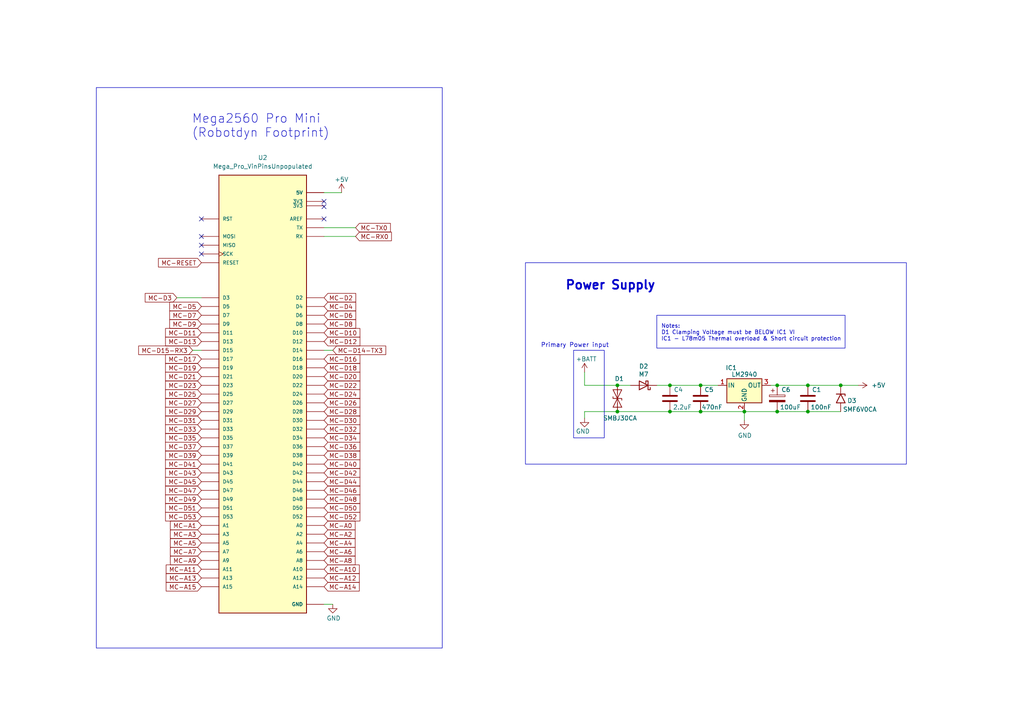
<source format=kicad_sch>
(kicad_sch (version 20231120) (generator "eeschema") (generator_version "8.0")
  (paper "A4")
  (title_block (title "Spark Gap x4") (date "2024-07-16") (rev "A") (company "OpenLogicEFI") (comment 1 "openlogicefi.com"))
  (lib_symbols
    (symbol "Detonation:MEGA_PRO_EMBED_CH340G_/_ATMEGA2560" (pin_numbers hide) (pin_names (offset 1.016))
      (property "Reference" "U4" (at 0 68.58 0))
      (property "Value" "MEGA_PRO_EMBED_CH340G_{slash}_ATMEGA2560" (at 0 66.04 0))
      (symbol "MEGA_PRO_EMBED_CH340G_/_ATMEGA2560_0_0"
        (rectangle (start -12.7 -63.5) (end 12.7 63.5) (stroke (width 0.254)) (fill (type background)))
        (pin power_in line (at 17.78 54.61 180) (length 5.08) (name "3V3") (number "3V3_1"))
        (pin power_in line (at 17.78 55.88 180) (length 5.08) (name "3V3") (number "3V3_2"))
        (pin power_in line (at 17.78 58.42 180) (length 5.08) (name "5V") (number "5V_1"))
        (pin power_in line (at 17.78 58.42 180) (length 5.08) (name "5V") (number "5V_2"))
        (pin power_in line (at 17.78 58.42 180) (length 5.08) (name "5V") (number "5V_3"))
        (pin bidirectional line (at 17.78 -38.1 180) (length 5.08) (name "A0") (number "A0"))
        (pin bidirectional line (at -17.78 -38.1 0) (length 5.08) (name "A1") (number "A1"))
        (pin bidirectional line (at 17.78 -50.8 180) (length 5.08) (name "A10") (number "A10"))
        (pin bidirectional line (at -17.78 -50.8 0) (length 5.08) (name "A11") (number "A11"))
        (pin bidirectional line (at 17.78 -53.34 180) (length 5.08) (name "A12") (number "A12"))
        (pin bidirectional line (at -17.78 -53.34 0) (length 5.08) (name "A13") (number "A13"))
        (pin bidirectional line (at 17.78 -55.88 180) (length 5.08) (name "A14") (number "A14"))
        (pin bidirectional line (at -17.78 -55.88 0) (length 5.08) (name "A15") (number "A15"))
        (pin bidirectional line (at 17.78 -40.64 180) (length 5.08) (name "A2") (number "A2"))
        (pin bidirectional line (at -17.78 -40.64 0) (length 5.08) (name "A3") (number "A3"))
        (pin bidirectional line (at 17.78 -43.18 180) (length 5.08) (name "A4") (number "A4"))
        (pin bidirectional line (at -17.78 -43.18 0) (length 5.08) (name "A5") (number "A5"))
        (pin bidirectional line (at 17.78 -45.72 180) (length 5.08) (name "A6") (number "A6"))
        (pin bidirectional line (at -17.78 -45.72 0) (length 5.08) (name "A7") (number "A7"))
        (pin bidirectional line (at 17.78 -48.26 180) (length 5.08) (name "A8") (number "A8"))
        (pin bidirectional line (at -17.78 -48.26 0) (length 5.08) (name "A9") (number "A9"))
        (pin bidirectional line (at 17.78 50.8 180) (length 5.08) (name "AREF") (number "AREF"))
        (pin bidirectional line (at 17.78 17.78 180) (length 5.08) (name "D10") (number "D10"))
        (pin bidirectional line (at -17.78 17.78 0) (length 5.08) (name "D11") (number "D11"))
        (pin bidirectional line (at 17.78 15.24 180) (length 5.08) (name "D12") (number "D12"))
        (pin bidirectional line (at -17.78 15.24 0) (length 5.08) (name "D13") (number "D13"))
        (pin bidirectional line (at 17.78 12.7 180) (length 5.08) (name "D14") (number "D14"))
        (pin bidirectional line (at -17.78 12.7 0) (length 5.08) (name "D15") (number "D15"))
        (pin bidirectional line (at 17.78 10.16 180) (length 5.08) (name "D16") (number "D16"))
        (pin bidirectional line (at -17.78 10.16 0) (length 5.08) (name "D17") (number "D17"))
        (pin bidirectional line (at 17.78 7.62 180) (length 5.08) (name "D18") (number "D18"))
        (pin bidirectional line (at -17.78 7.62 0) (length 5.08) (name "D19") (number "D19"))
        (pin bidirectional line (at 17.78 27.94 180) (length 5.08) (name "D2") (number "D2"))
        (pin bidirectional line (at 17.78 5.08 180) (length 5.08) (name "D20") (number "D20"))
        (pin bidirectional line (at -17.78 5.08 0) (length 5.08) (name "D21") (number "D21"))
        (pin bidirectional line (at 17.78 2.54 180) (length 5.08) (name "D22") (number "D22"))
        (pin bidirectional line (at -17.78 2.54 0) (length 5.08) (name "D23") (number "D23"))
        (pin bidirectional line (at 17.78 0 180) (length 5.08) (name "D24") (number "D24"))
        (pin bidirectional line (at -17.78 0 0) (length 5.08) (name "D25") (number "D25"))
        (pin bidirectional line (at 17.78 -2.54 180) (length 5.08) (name "D26") (number "D26"))
        (pin bidirectional line (at -17.78 -2.54 0) (length 5.08) (name "D27") (number "D27"))
        (pin bidirectional line (at 17.78 -5.08 180) (length 5.08) (name "D28") (number "D28"))
        (pin bidirectional line (at -17.78 -5.08 0) (length 5.08) (name "D29") (number "D29"))
        (pin bidirectional line (at -17.78 27.94 0) (length 5.08) (name "D3") (number "D3"))
        (pin bidirectional line (at 17.78 -7.62 180) (length 5.08) (name "D30") (number "D30"))
        (pin bidirectional line (at -17.78 -7.62 0) (length 5.08) (name "D31") (number "D31"))
        (pin bidirectional line (at 17.78 -10.16 180) (length 5.08) (name "D32") (number "D32"))
        (pin bidirectional line (at -17.78 -10.16 0) (length 5.08) (name "D33") (number "D33"))
        (pin bidirectional line (at 17.78 -12.7 180) (length 5.08) (name "D34") (number "D34"))
        (pin bidirectional line (at -17.78 -12.7 0) (length 5.08) (name "D35") (number "D35"))
        (pin bidirectional line (at 17.78 -15.24 180) (length 5.08) (name "D36") (number "D36"))
        (pin bidirectional line (at -17.78 -15.24 0) (length 5.08) (name "D37") (number "D37"))
        (pin bidirectional line (at 17.78 -17.78 180) (length 5.08) (name "D38") (number "D38"))
        (pin bidirectional line (at -17.78 -17.78 0) (length 5.08) (name "D39") (number "D39"))
        (pin bidirectional line (at 17.78 25.4 180) (length 5.08) (name "D4") (number "D4"))
        (pin bidirectional line (at 17.78 -20.32 180) (length 5.08) (name "D40") (number "D40"))
        (pin bidirectional line (at -17.78 -20.32 0) (length 5.08) (name "D41") (number "D41"))
        (pin bidirectional line (at 17.78 -22.86 180) (length 5.08) (name "D42") (number "D42"))
        (pin bidirectional line (at -17.78 -22.86 0) (length 5.08) (name "D43") (number "D43"))
        (pin bidirectional line (at 17.78 -25.4 180) (length 5.08) (name "D44") (number "D44"))
        (pin bidirectional line (at -17.78 -25.4 0) (length 5.08) (name "D45") (number "D45"))
        (pin bidirectional line (at 17.78 -27.94 180) (length 5.08) (name "D46") (number "D46"))
        (pin bidirectional line (at -17.78 -27.94 0) (length 5.08) (name "D47") (number "D47"))
        (pin bidirectional line (at 17.78 -30.48 180) (length 5.08) (name "D48") (number "D48"))
        (pin bidirectional line (at -17.78 -30.48 0) (length 5.08) (name "D49") (number "D49"))
        (pin bidirectional line (at -17.78 25.4 0) (length 5.08) (name "D5") (number "D5"))
        (pin bidirectional line (at 17.78 -33.02 180) (length 5.08) (name "D50") (number "D50"))
        (pin bidirectional line (at -17.78 -33.02 0) (length 5.08) (name "D51") (number "D51"))
        (pin bidirectional line (at 17.78 -35.56 180) (length 5.08) (name "D52") (number "D52"))
        (pin bidirectional line (at -17.78 -35.56 0) (length 5.08) (name "D53") (number "D53"))
        (pin bidirectional line (at 17.78 22.86 180) (length 5.08) (name "D6") (number "D6"))
        (pin bidirectional line (at -17.78 22.86 0) (length 5.08) (name "D7") (number "D7"))
        (pin bidirectional line (at 17.78 20.32 180) (length 5.08) (name "D8") (number "D8"))
        (pin bidirectional line (at -17.78 20.32 0) (length 5.08) (name "D9") (number "D9"))
        (pin power_in line (at 17.78 -60.96 180) (length 5.08) (name "GND") (number "GND_1"))
        (pin power_in line (at 17.78 -60.96 180) (length 5.08) (name "GND") (number "GND_2"))
        (pin power_in line (at 17.78 -60.96 180) (length 5.08) (name "GND") (number "GND_3"))
        (pin bidirectional line (at -17.78 43.18 0) (length 5.08) (name "MISO") (number "MISO"))
        (pin bidirectional line (at -17.78 45.72 0) (length 5.08) (name "MOSI") (number "MOSI"))
        (pin input line (at -17.78 38.1 0) (length 5.08) (name "RESET") (number "RESET"))
        (pin input line (at -17.78 50.8 0) (length 5.08) (name "RST") (number "RST"))
        (pin input line (at 17.78 45.72 180) (length 5.08) (name "RX") (number "RX"))
        (pin bidirectional clock (at -17.78 40.64 0) (length 5.08) (name "SCK") (number "SCK"))
        (pin output line (at 17.78 48.26 180) (length 5.08) (name "TX") (number "TX"))
      )
    )
    (symbol "Device:C" (pin_numbers hide) (pin_names (offset 0.254))
      (property "Reference" "C" (at 0.635 2.54 0))
      (property "Value" "C" (at 0.635 -2.54 0))
      (symbol "C_0_1"
        (polyline (pts (xy -2.032 -0.762) (xy 2.032 -0.762)) (stroke (width 0.508)))
        (polyline (pts (xy -2.032 0.762) (xy 2.032 0.762)) (stroke (width 0.508)))
      )
      (symbol "C_1_1"
        (pin passive line (at 0 3.81 270) (length 2.794) (name "~") (number "1"))
        (pin passive line (at 0 -3.81 90) (length 2.794) (name "~") (number "2"))
      )
    )
    (symbol "Device:C_Polarized" (pin_numbers hide) (pin_names (offset 0.254))
      (property "Reference" "C" (at 0.635 2.54 0))
      (property "Value" "C_Polarized" (at 0.635 -2.54 0))
      (symbol "C_Polarized_0_1"
        (rectangle (start -2.286 0.508) (end 2.286 1.016))
        (polyline (pts (xy -1.778 2.286) (xy -0.762 2.286)))
        (polyline (pts (xy -1.27 2.794) (xy -1.27 1.778)))
        (rectangle (start 2.286 -0.508) (end -2.286 -1.016) (fill (type outline)))
      )
      (symbol "C_Polarized_1_1"
        (pin passive line (at 0 3.81 270) (length 2.794) (name "~") (number "1"))
        (pin passive line (at 0 -3.81 90) (length 2.794) (name "~") (number "2"))
      )
    )
    (symbol "Device:D_Schottky" (pin_numbers hide) (pin_names (offset 1.016) hide)
      (property "Reference" "D" (at 0 2.54 0))
      (property "Value" "D_Schottky" (at 0 -2.54 0))
      (symbol "D_Schottky_0_1"
        (polyline (pts (xy 1.27 0) (xy -1.27 0)))
        (polyline (pts (xy 1.27 1.27) (xy 1.27 -1.27) (xy -1.27 0) (xy 1.27 1.27)) (stroke (width 0.254)))
        (polyline (pts (xy -1.905 0.635) (xy -1.905 1.27) (xy -1.27 1.27) (xy -1.27 -1.27) (xy -0.635 -1.27) (xy -0.635 -0.635)) (stroke (width 0.254)))
      )
      (symbol "D_Schottky_1_1"
        (pin passive line (at -3.81 0 0) (length 2.54) (name "K") (number "1"))
        (pin passive line (at 3.81 0 180) (length 2.54) (name "A") (number "2"))
      )
    )
    (symbol "Diode:SMAJ33CA" (pin_numbers hide) (pin_names (offset 1.016) hide)
      (property "Reference" "D" (at 0 2.54 0))
      (property "Value" "SMAJ33CA" (at 0 -2.54 0))
      (symbol "SMAJ33CA_0_1"
        (polyline (pts (xy 1.27 0) (xy -1.27 0)))
        (polyline (pts (xy -2.54 -1.27) (xy 0 0) (xy -2.54 1.27) (xy -2.54 -1.27)) (stroke (width 0.2032)))
        (polyline (pts (xy 0.508 1.27) (xy 0 1.27) (xy 0 -1.27) (xy -0.508 -1.27)) (stroke (width 0.2032)))
        (polyline (pts (xy 2.54 1.27) (xy 2.54 -1.27) (xy 0 0) (xy 2.54 1.27)) (stroke (width 0.2032)))
      )
      (symbol "SMAJ33CA_1_1"
        (pin passive line (at -3.81 0 0) (length 2.54) (name "A1") (number "1"))
        (pin passive line (at 3.81 0 180) (length 2.54) (name "A2") (number "2"))
      )
    )
    (symbol "Diode:SMF6V0A" (pin_numbers hide) (pin_names (offset 1.016) hide)
      (property "Reference" "D" (at 0 2.54 0))
      (property "Value" "SMF6V0A" (at 0 -2.54 0))
      (symbol "SMF6V0A_0_1"
        (polyline (pts (xy -0.762 1.27) (xy -1.27 1.27) (xy -1.27 -1.27)) (stroke (width 0.254)))
        (polyline (pts (xy 1.27 1.27) (xy 1.27 -1.27) (xy -1.27 0) (xy 1.27 1.27)) (stroke (width 0.254)))
      )
      (symbol "SMF6V0A_1_1"
        (pin passive line (at -3.81 0 0) (length 2.54) (name "A1") (number "1"))
        (pin passive line (at 3.81 0 180) (length 2.54) (name "A2") (number "2"))
      )
    )
    (symbol "Regulator_Linear:L7805" (pin_names (offset 0.254))
      (property "Reference" "U" (at -3.81 3.175 0))
      (property "Value" "L7805" (at 0 3.175 0))
      (symbol "L7805_0_1"
        (rectangle (start -5.08 1.905) (end 5.08 -5.08) (stroke (width 0.254)) (fill (type background)))
      )
      (symbol "L7805_1_1"
        (pin power_in line (at -7.62 0 0) (length 2.54) (name "IN") (number "1"))
        (pin power_in line (at 0 -7.62 90) (length 2.54) (name "GND") (number "2"))
        (pin power_out line (at 7.62 0 180) (length 2.54) (name "OUT") (number "3"))
      )
    )
    (symbol "power:+5V" (power) (pin_names (offset 0))
      (property "Value" "+5V" (at 0 3.556 0))
      (symbol "+5V_0_1"
        (polyline (pts (xy -0.762 1.27) (xy 0 2.54)))
        (polyline (pts (xy 0 0) (xy 0 2.54)))
        (polyline (pts (xy 0 2.54) (xy 0.762 1.27)))
      )
      (symbol "+5V_1_1"
        (pin power_in line (at 0 0 90) (length 0) hide (name "+5V") (number "1"))
      )
    )
    (symbol "power:+BATT" (power) (pin_names (offset 0))
      (property "Value" "+BATT" (at 0 3.556 0))
      (symbol "+BATT_0_1"
        (polyline (pts (xy -0.762 1.27) (xy 0 2.54)))
        (polyline (pts (xy 0 0) (xy 0 2.54)))
        (polyline (pts (xy 0 2.54) (xy 0.762 1.27)))
      )
      (symbol "+BATT_1_1"
        (pin power_in line (at 0 0 90) (length 0) hide (name "+BATT") (number "1"))
      )
    )
    (symbol "power:GND" (power) (pin_names (offset 0))
      (property "Value" "GND" (at 0 -3.81 0))
      (symbol "GND_0_1"
        (polyline (pts (xy 0 0) (xy 0 -1.27) (xy 1.27 -1.27) (xy 0 -2.54) (xy -1.27 -1.27) (xy 0 -1.27)))
      )
      (symbol "GND_1_1"
        (pin power_in line (at 0 0 270) (length 0) hide (name "GND") (number "1"))
      )
    )
  )
  (junction (at 194.31 119.38))
  (junction (at 179.07 111.76))
  (junction (at 225.425 119.38))
  (junction (at 203.2 111.76))
  (junction (at 203.2 119.38))
  (junction (at 179.07 119.38))
  (junction (at 194.31 111.76))
  (junction (at 215.9 119.38))
  (junction (at 234.315 119.38))
  (junction (at 234.315 111.76))
  (junction (at 243.84 111.76))
  (junction (at 225.425 111.76))
  (no_connect (at 58.42 63.5))
  (no_connect (at 93.98 58.42))
  (no_connect (at 93.98 63.5))
  (no_connect (at 58.42 73.66))
  (no_connect (at 58.42 68.58))
  (no_connect (at 93.98 59.944))
  (no_connect (at 58.42 71.12))
  (wire (pts (xy 234.315 111.76) (xy 243.84 111.76)))
  (wire (pts (xy 194.31 119.38) (xy 203.2 119.38)))
  (wire (pts (xy 96.52 175.26) (xy 93.98 175.26)))
  (wire (pts (xy 203.2 119.38) (xy 215.9 119.38)))
  (wire (pts (xy 96.52 101.6) (xy 93.98 101.6)))
  (wire (pts (xy 190.5 111.76) (xy 194.31 111.76)))
  (wire (pts (xy 179.07 119.38) (xy 194.31 119.38)))
  (wire (pts (xy 215.9 119.38) (xy 225.425 119.38)))
  (wire (pts (xy 169.545 119.38) (xy 179.07 119.38)))
  (wire (pts (xy 194.31 111.76) (xy 203.2 111.76)))
  (wire (pts (xy 225.425 111.76) (xy 234.315 111.76)))
  (wire (pts (xy 179.07 111.76) (xy 182.88 111.76)))
  (wire (pts (xy 93.98 55.88) (xy 99.06 55.88)))
  (wire (pts (xy 243.84 111.76) (xy 248.92 111.76)))
  (wire (pts (xy 93.98 66.04) (xy 103.124 66.04)))
  (wire (pts (xy 225.425 119.38) (xy 234.315 119.38)))
  (wire (pts (xy 169.545 119.38) (xy 169.545 121.285)))
  (wire (pts (xy 169.545 107.95) (xy 169.545 111.76)))
  (wire (pts (xy 169.545 111.76) (xy 179.07 111.76)))
  (wire (pts (xy 51.308 86.36) (xy 58.42 86.36)))
  (wire (pts (xy 203.2 111.76) (xy 208.28 111.76)))
  (wire (pts (xy 234.315 119.38) (xy 243.84 119.38)))
  (wire (pts (xy 55.88 101.6) (xy 58.42 101.6)))
  (wire (pts (xy 93.98 68.58) (xy 103.124 68.58)))
  (wire (pts (xy 223.52 111.76) (xy 225.425 111.76)))
  (wire (pts (xy 215.9 121.92) (xy 215.9 119.38)))
  (rectangle (start 166.37 101.6) (end 175.26 127))
  (rectangle (start 152.4 76.2) (end 262.89 134.62))
  (rectangle (start 190.5 91.44) (end 245.11 100.965))
  (rectangle (start 27.94 25.4) (end 128.27 187.96))
  (text "Primary Power input" (at 156.845 100.965 0) (effects (font (size 1.27 1.27)) (justify left bottom)))
  (text "Power Supply" (at 163.83 84.328 0) (effects (font (size 2.54 2.54) (thickness 0.508) (bold yes)) (justify left bottom)))
  (text "Notes:\nD1 Clamping Voltage must be BELOW IC1 VI\nIC1 - L78m05 Thermal overload & Short circuit protection\n" (at 191.77 99.06 0) (effects (font (size 1.143 1.143)) (justify left bottom)))
  (text "Mega2560 Pro Mini\n(Robotdyn Footprint)" (at 55.626 40.132 0) (effects (font (size 2.54 2.54)) (justify left bottom)))
  (global_label "MC-D5" (shape input) (at 58.42 88.9 180) (property "Intersheetrefs" "${INTERSHEET_REFS}" (effects (hide yes))))
  (global_label "MC-D4" (shape input) (at 93.98 88.9 0) (property "Intersheetrefs" "${INTERSHEET_REFS}" (effects (hide yes))))
  (global_label "MC-A10" (shape input) (at 93.98 165.1 0) (property "Intersheetrefs" "${INTERSHEET_REFS}" (effects (hide yes))))
  (global_label "MC-D40" (shape input) (at 93.98 134.62 0) (property "Intersheetrefs" "${INTERSHEET_REFS}" (effects (hide yes))))
  (global_label "MC-D9" (shape input) (at 58.42 93.98 180) (property "Intersheetrefs" "${INTERSHEET_REFS}" (effects (hide yes))))
  (global_label "MC-D12" (shape input) (at 93.98 99.06 0) (property "Intersheetrefs" "${INTERSHEET_REFS}" (effects (hide yes))))
  (global_label "MC-D30" (shape input) (at 93.98 121.92 0) (property "Intersheetrefs" "${INTERSHEET_REFS}" (effects (hide yes))))
  (global_label "MC-D28" (shape input) (at 93.98 119.38 0) (property "Intersheetrefs" "${INTERSHEET_REFS}" (effects (hide yes))))
  (global_label "MC-D25" (shape input) (at 58.42 114.3 180) (property "Intersheetrefs" "${INTERSHEET_REFS}" (effects (hide yes))))
  (global_label "MC-D53" (shape input) (at 58.42 149.86 180) (property "Intersheetrefs" "${INTERSHEET_REFS}" (effects (hide yes))))
  (global_label "MC-D38" (shape input) (at 93.98 132.08 0) (property "Intersheetrefs" "${INTERSHEET_REFS}" (effects (hide yes))))
  (global_label "MC-D26" (shape input) (at 93.98 116.84 0) (property "Intersheetrefs" "${INTERSHEET_REFS}" (effects (hide yes))))
  (global_label "MC-A0" (shape input) (at 93.98 152.4 0) (property "Intersheetrefs" "${INTERSHEET_REFS}" (effects (hide yes))))
  (global_label "MC-D2" (shape input) (at 93.98 86.36 0) (property "Intersheetrefs" "${INTERSHEET_REFS}" (effects (hide yes))))
  (global_label "MC-D52" (shape input) (at 93.98 149.86 0) (property "Intersheetrefs" "${INTERSHEET_REFS}" (effects (hide yes))))
  (global_label "MC-D43" (shape input) (at 58.42 137.16 180) (property "Intersheetrefs" "${INTERSHEET_REFS}" (effects (hide yes))))
  (global_label "MC-A14" (shape input) (at 93.98 170.18 0) (property "Intersheetrefs" "${INTERSHEET_REFS}" (effects (hide yes))))
  (global_label "MC-D46" (shape input) (at 93.98 142.24 0) (property "Intersheetrefs" "${INTERSHEET_REFS}" (effects (hide yes))))
  (global_label "MC-D27" (shape input) (at 58.42 116.84 180) (property "Intersheetrefs" "${INTERSHEET_REFS}" (effects (hide yes))))
  (global_label "MC-D33" (shape input) (at 58.42 124.46 180) (property "Intersheetrefs" "${INTERSHEET_REFS}" (effects (hide yes))))
  (global_label "MC-D11" (shape input) (at 58.42 96.52 180) (property "Intersheetrefs" "${INTERSHEET_REFS}" (effects (hide yes))))
  (global_label "MC-D24" (shape input) (at 93.98 114.3 0) (property "Intersheetrefs" "${INTERSHEET_REFS}" (effects (hide yes))))
  (global_label "MC-A11" (shape input) (at 58.42 165.1 180) (property "Intersheetrefs" "${INTERSHEET_REFS}" (effects (hide yes))))
  (global_label "MC-D39" (shape input) (at 58.42 132.08 180) (property "Intersheetrefs" "${INTERSHEET_REFS}" (effects (hide yes))))
  (global_label "MC-D34" (shape input) (at 93.98 127 0) (property "Intersheetrefs" "${INTERSHEET_REFS}" (effects (hide yes))))
  (global_label "MC-D19" (shape input) (at 58.42 106.68 180) (property "Intersheetrefs" "${INTERSHEET_REFS}" (effects (hide yes))))
  (global_label "MC-D37" (shape input) (at 58.42 129.54 180) (property "Intersheetrefs" "${INTERSHEET_REFS}" (effects (hide yes))))
  (global_label "MC-A8" (shape input) (at 93.98 162.56 0) (property "Intersheetrefs" "${INTERSHEET_REFS}" (effects (hide yes))))
  (global_label "MC-D23" (shape input) (at 58.42 111.76 180) (property "Intersheetrefs" "${INTERSHEET_REFS}" (effects (hide yes))))
  (global_label "MC-D45" (shape input) (at 58.42 139.7 180) (property "Intersheetrefs" "${INTERSHEET_REFS}" (effects (hide yes))))
  (global_label "MC-A13" (shape input) (at 58.42 167.64 180) (property "Intersheetrefs" "${INTERSHEET_REFS}" (effects (hide yes))))
  (global_label "MC-D44" (shape input) (at 93.98 139.7 0) (property "Intersheetrefs" "${INTERSHEET_REFS}" (effects (hide yes))))
  (global_label "MC-D49" (shape input) (at 58.42 144.78 180) (property "Intersheetrefs" "${INTERSHEET_REFS}" (effects (hide yes))))
  (global_label "MC-D18" (shape input) (at 93.98 106.68 0) (property "Intersheetrefs" "${INTERSHEET_REFS}" (effects (hide yes))))
  (global_label "MC-D6" (shape input) (at 93.98 91.44 0) (property "Intersheetrefs" "${INTERSHEET_REFS}" (effects (hide yes))))
  (global_label "MC-D51" (shape input) (at 58.42 147.32 180) (property "Intersheetrefs" "${INTERSHEET_REFS}" (effects (hide yes))))
  (global_label "MC-D16" (shape input) (at 93.98 104.14 0) (property "Intersheetrefs" "${INTERSHEET_REFS}" (effects (hide yes))))
  (global_label "MC-D3" (shape input) (at 51.308 86.36 180) (property "Intersheetrefs" "${INTERSHEET_REFS}" (effects (hide yes))))
  (global_label "MC-D17" (shape input) (at 58.42 104.14 180) (property "Intersheetrefs" "${INTERSHEET_REFS}" (effects (hide yes))))
  (global_label "MC-D48" (shape input) (at 93.98 144.78 0) (property "Intersheetrefs" "${INTERSHEET_REFS}" (effects (hide yes))))
  (global_label "MC-D21" (shape input) (at 58.42 109.22 180) (property "Intersheetrefs" "${INTERSHEET_REFS}" (effects (hide yes))))
  (global_label "MC-A7" (shape input) (at 58.42 160.02 180) (property "Intersheetrefs" "${INTERSHEET_REFS}" (effects (hide yes))))
  (global_label "MC-D10" (shape input) (at 93.98 96.52 0) (property "Intersheetrefs" "${INTERSHEET_REFS}" (effects (hide yes))))
  (global_label "MC-A1" (shape input) (at 58.42 152.4 180) (property "Intersheetrefs" "${INTERSHEET_REFS}" (effects (hide yes))))
  (global_label "MC-D14-TX3" (shape input) (at 96.52 101.6 0) (property "Intersheetrefs" "${INTERSHEET_REFS}" (effects (hide yes))))
  (global_label "MC-D7" (shape input) (at 58.42 91.44 180) (property "Intersheetrefs" "${INTERSHEET_REFS}" (effects (hide yes))))
  (global_label "MC-D41" (shape input) (at 58.42 134.62 180) (property "Intersheetrefs" "${INTERSHEET_REFS}" (effects (hide yes))))
  (global_label "MC-RX0" (shape input) (at 103.124 68.58 0) (property "Intersheetrefs" "${INTERSHEET_REFS}" (effects (hide yes))))
  (global_label "MC-RESET" (shape input) (at 58.42 76.2 180) (property "Intersheetrefs" "${INTERSHEET_REFS}" (effects (hide yes))))
  (global_label "MC-D15-RX3" (shape input) (at 55.88 101.6 180) (property "Intersheetrefs" "${INTERSHEET_REFS}" (effects (hide yes))))
  (global_label "MC-D35" (shape input) (at 58.42 127 180) (property "Intersheetrefs" "${INTERSHEET_REFS}" (effects (hide yes))))
  (global_label "MC-TX0" (shape input) (at 103.124 66.04 0) (property "Intersheetrefs" "${INTERSHEET_REFS}" (effects (hide yes))))
  (global_label "MC-D50" (shape input) (at 93.98 147.32 0) (property "Intersheetrefs" "${INTERSHEET_REFS}" (effects (hide yes))))
  (global_label "MC-D32" (shape input) (at 93.98 124.46 0) (property "Intersheetrefs" "${INTERSHEET_REFS}" (effects (hide yes))))
  (global_label "MC-D22" (shape input) (at 93.98 111.76 0) (property "Intersheetrefs" "${INTERSHEET_REFS}" (effects (hide yes))))
  (global_label "MC-A6" (shape input) (at 93.98 160.02 0) (property "Intersheetrefs" "${INTERSHEET_REFS}" (effects (hide yes))))
  (global_label "MC-A12" (shape input) (at 93.98 167.64 0) (property "Intersheetrefs" "${INTERSHEET_REFS}" (effects (hide yes))))
  (global_label "MC-D13" (shape input) (at 58.42 99.06 180) (property "Intersheetrefs" "${INTERSHEET_REFS}" (effects (hide yes))))
  (global_label "MC-D42" (shape input) (at 93.98 137.16 0) (property "Intersheetrefs" "${INTERSHEET_REFS}" (effects (hide yes))))
  (global_label "MC-A9" (shape input) (at 58.42 162.56 180) (property "Intersheetrefs" "${INTERSHEET_REFS}" (effects (hide yes))))
  (global_label "MC-D29" (shape input) (at 58.42 119.38 180) (property "Intersheetrefs" "${INTERSHEET_REFS}" (effects (hide yes))))
  (global_label "MC-D31" (shape input) (at 58.42 121.92 180) (property "Intersheetrefs" "${INTERSHEET_REFS}" (effects (hide yes))))
  (global_label "MC-A2" (shape input) (at 93.98 154.94 0) (property "Intersheetrefs" "${INTERSHEET_REFS}" (effects (hide yes))))
  (global_label "MC-A5" (shape input) (at 58.42 157.48 180) (property "Intersheetrefs" "${INTERSHEET_REFS}" (effects (hide yes))))
  (global_label "MC-A4" (shape input) (at 93.98 157.48 0) (property "Intersheetrefs" "${INTERSHEET_REFS}" (effects (hide yes))))
  (global_label "MC-A3" (shape input) (at 58.42 154.94 180) (property "Intersheetrefs" "${INTERSHEET_REFS}" (effects (hide yes))))
  (global_label "MC-A15" (shape input) (at 58.42 170.18 180) (property "Intersheetrefs" "${INTERSHEET_REFS}" (effects (hide yes))))
  (global_label "MC-D47" (shape input) (at 58.42 142.24 180) (property "Intersheetrefs" "${INTERSHEET_REFS}" (effects (hide yes))))
  (global_label "MC-D20" (shape input) (at 93.98 109.22 0) (property "Intersheetrefs" "${INTERSHEET_REFS}" (effects (hide yes))))
  (global_label "MC-D8" (shape input) (at 93.98 93.98 0) (property "Intersheetrefs" "${INTERSHEET_REFS}" (effects (hide yes))))
  (global_label "MC-D36" (shape input) (at 93.98 129.54 0) (property "Intersheetrefs" "${INTERSHEET_REFS}" (effects (hide yes))))
  (symbol (lib_id "Detonation:MEGA_PRO_EMBED_CH340G_/_ATMEGA2560") (at 76.2 114.3 0) (unit 1) (in_bom no)
    (property "Reference" "U2" (at 76.2 45.72 0))
    (property "Value" "Mega_Pro_VinPinsUnpopulated" (at 76.2 48.26 0))
    (property "Footprint" "Detonation:Arduino_Mega_Mini_2560_SmallCrtYd_NoVin" (effects (hide yes)))
  )
  (symbol (lib_id "Diode:SMAJ33CA") (at 179.07 115.57 90) (unit 1)
    (property "Reference" "D1" (at 180.975 109.855 90) (effects (justify left)))
    (property "Value" "SMBJ30CA" (at 184.785 121.285 90) (effects (justify left)))
    (property "Footprint" "Diode_SMD:D_SMB" (effects (hide yes)))
    (property "Datasheet" "https://www.littelfuse.com/media?resourcetype=datasheets&itemid=75e32973-b177-4ee3-a0ff-cedaf1abdb93&filename=smaj-datasheet" (effects (hide yes)))
    (property "LCSC" "C2925441" (effects (hide yes)))
    (property "Manufacture Part Number" "SMBJ30CA" (effects (hide yes)))
  )
  (symbol (lib_id "power:+BATT") (at 169.545 107.95 0) (unit 1)
    (property "Reference" "#PWR0102" (effects (hide yes)))
    (property "Value" "+BATT" (at 167.005 104.14 0) (effects (justify left)))
  )
  (symbol (lib_id "Device:C_Polarized") (at 225.425 115.57 0) (unit 1)
    (property "Reference" "C6" (at 227.965 113.03 0))
    (property "Value" "100uF" (at 229.235 118.11 0))
    (property "Footprint" "Capacitor_Tantalum_SMD:CP_EIA-3528-15_AVX-H" (effects (hide yes)))
    (property "LCSC" "C16133" (effects (hide yes)))
    (property "Manufacture Part Number" "TAJB107K006RNJ" (effects (hide yes)))
  )
  (symbol (lib_id "Regulator_Linear:L7805") (at 215.9 111.76 0) (unit 1)
    (property "Reference" "IC1" (at 212.09 106.68 0))
    (property "Value" "LM2940" (at 215.9 108.585 0))
    (property "Footprint" "Package_TO_SOT_THT:TO-220-3_Vertical" (effects (hide yes)))
    (property "Manufacture Part Number" "LM2940S-5.0" (effects (hide yes)))
  )
  (symbol (lib_id "Device:C") (at 234.315 115.57 0) (unit 1)
    (property "Reference" "C1" (at 236.855 113.03 0))
    (property "Value" "100nF" (at 238.125 118.11 0))
    (property "Footprint" "Capacitor_SMD:C_0805_2012Metric" (effects (hide yes)))
    (property "LCSC" "C49678" (effects (hide yes)))
    (property "Manufacture Part Number" "CC0805KRX7R9BB104" (effects (hide yes)))
  )
  (symbol (lib_id "power:+5V") (at 248.92 111.76 270) (unit 1)
    (property "Reference" "#PWR0109" (effects (hide yes)))
    (property "Value" "+5V" (at 252.73 111.7599 90) (effects (justify left)))
  )
  (symbol (lib_id "power:GND") (at 96.52 175.26 0) (unit 1)
    (property "Reference" "#PWR0101" (effects (hide yes)))
    (property "Value" "GND" (at 98.806 179.324 0) (effects (justify right)))
  )
  (symbol (lib_id "Device:C") (at 194.31 115.57 0) (unit 1)
    (property "Reference" "C4" (at 198.12 113.03 0) (effects (justify right)))
    (property "Value" "2.2uF" (at 200.66 118.11 0) (effects (justify right)))
    (property "Footprint" "Capacitor_SMD:C_1206_3216Metric" (effects (hide yes)))
    (property "Manufacture Part Number" "CL31B225KBHNNNE" (effects (hide yes)))
    (property "LCSC" "C50254" (effects (hide yes)))
  )
  (symbol (lib_id "power:GND") (at 215.9 121.92 0) (unit 1)
    (property "Reference" "#PWR0105" (effects (hide yes)))
    (property "Value" "GND" (at 216.027 126.3142 0))
  )
  (symbol (lib_id "power:+5V") (at 99.06 55.88 0) (unit 1)
    (property "Reference" "#PWR0111" (effects (hide yes)))
    (property "Value" "+5V" (at 99.06 52.07 0))
  )
  (symbol (lib_id "Device:D_Schottky") (at 186.69 111.76 180) (unit 1)
    (property "Reference" "D2" (at 186.69 106.2482 0))
    (property "Value" "M7" (at 186.69 108.5596 0))
    (property "Footprint" "Diode_SMD:D_SMA" (effects (hide yes)))
    (property "LCSC" "C95872" (effects (hide yes)))
    (property "Manufacture Part Number" "M7" (effects (hide yes)))
  )
  (symbol (lib_id "Diode:SMF6V0A") (at 243.84 115.57 270) (unit 1)
    (property "Reference" "D3" (at 245.745 116.205 90) (effects (justify left)))
    (property "Value" "SMF6V0CA" (at 244.475 118.745 90) (effects (justify left)))
    (property "Footprint" "Diode_SMD:D_SOD-123F" (effects (hide yes)))
    (property "Datasheet" "https://www.vishay.com/doc?85881" (effects (hide yes)))
    (property "LCSC" "C2990473" (effects (hide yes)))
  )
  (symbol (lib_id "Device:C") (at 203.2 115.57 0) (unit 1)
    (property "Reference" "C5" (at 207.01 113.03 0) (effects (justify right)))
    (property "Value" "470nF" (at 209.55 118.11 0) (effects (justify right)))
    (property "Footprint" "Capacitor_SMD:C_0805_2012Metric" (effects (hide yes)))
    (property "LCSC" "C13967" (effects (hide yes)))
    (property "Manufacture Part Number" "CL21B474KBFNNNE" (effects (hide yes)))
  )
  (symbol (lib_id "power:GND") (at 169.545 121.285 0) (mirror y) (unit 1)
    (property "Reference" "#PWR0104" (effects (hide yes)))
    (property "Value" "GND" (at 167.005 125.095 0) (effects (justify right)))
  )
)
</source>
